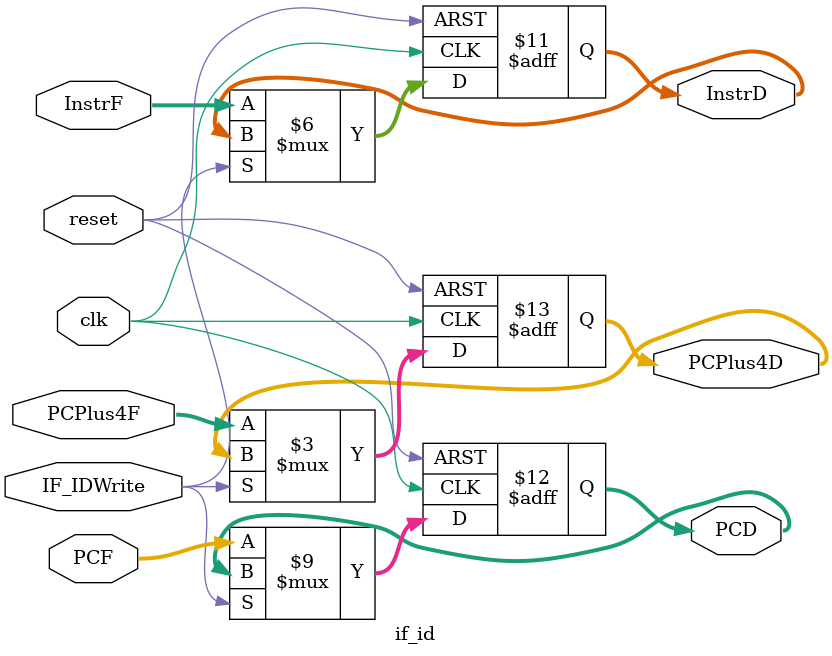
<source format=sv>
module if_id (
  
   input  logic             IF_IDWrite, clk, reset,
   input logic [31:0]    InstrF,        // Input of IF/ID Instruction Register
                          PCF,         // Input of IF/ID NPC Register
						 PCPlus4F,   // Input of IF/ID for Jump target address
   output logic [31:0] InstrD,       // Output of IF/ID Instruction Register
                       PCD,        // Output of IF/ID NPC Register
					   PCPlus4D     // Output of IF/ID for Jump target address
   );
  
  always_ff @(posedge clk, posedge reset)
    if (reset) begin
		PCD <= 0;
		InstrD <=0;
		PCPlus4D <=0;
	end
	else begin
	if(IF_IDWrite)begin
		PCD <= PCD;
		InstrD <=InstrD;
		PCPlus4D <=PCPlus4D;	
	end
	else begin
		PCD <= PCF;
		InstrD <=InstrF;
		PCPlus4D <=PCPlus4F;
	end
	end
	
endmodule 
</source>
